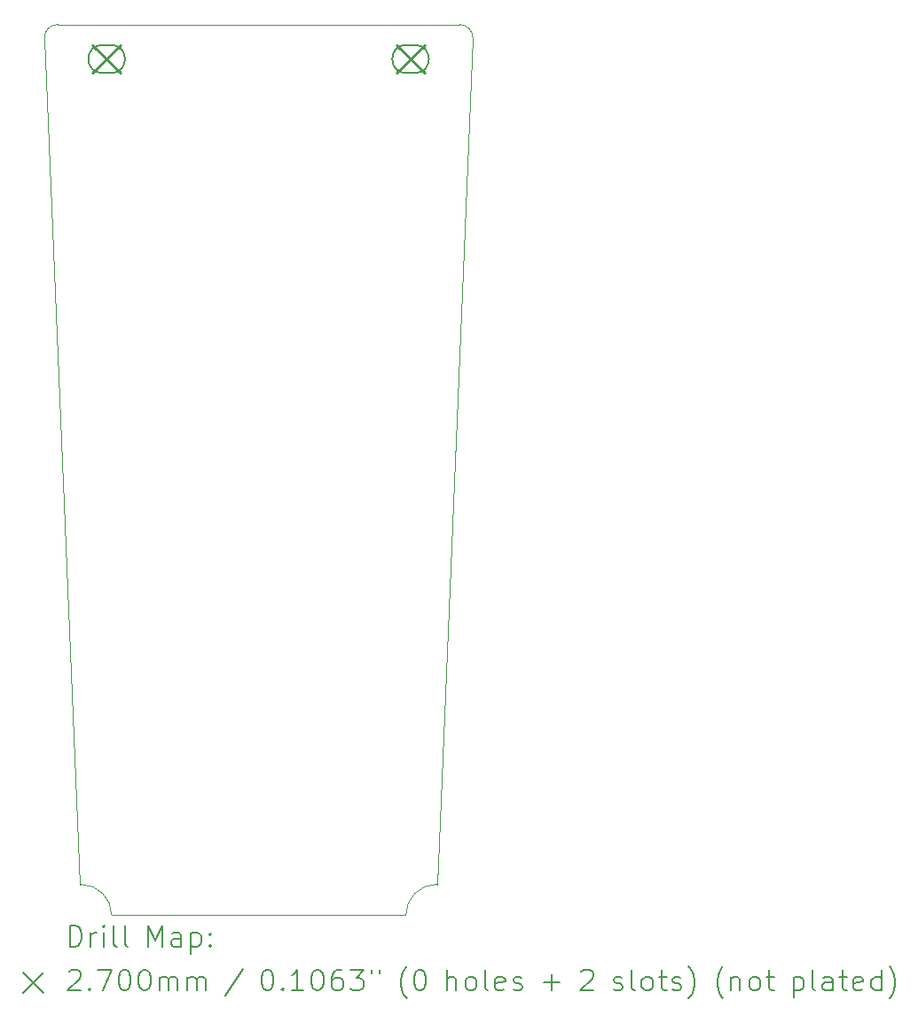
<source format=gbr>
%TF.GenerationSoftware,KiCad,Pcbnew,(7.0.0)*%
%TF.CreationDate,2023-03-18T07:41:42+03:00*%
%TF.ProjectId,StudioMic,53747564-696f-44d6-9963-2e6b69636164,1*%
%TF.SameCoordinates,Original*%
%TF.FileFunction,Drillmap*%
%TF.FilePolarity,Positive*%
%FSLAX45Y45*%
G04 Gerber Fmt 4.5, Leading zero omitted, Abs format (unit mm)*
G04 Created by KiCad (PCBNEW (7.0.0)) date 2023-03-18 07:41:42*
%MOMM*%
%LPD*%
G01*
G04 APERTURE LIST*
%ADD10C,0.100000*%
%ADD11C,0.200000*%
%ADD12C,0.270000*%
G04 APERTURE END LIST*
D10*
X16964362Y-13014065D02*
X16973562Y-13014065D01*
X13862062Y-13309511D02*
G75*
G03*
X13566438Y-13013888I-295622J2D01*
G01*
X13566438Y-13013888D02*
X13557238Y-13013888D01*
X17309284Y-4937321D02*
G75*
G03*
X17181650Y-4809688I-127633J0D01*
G01*
X13347022Y-4809688D02*
G75*
G03*
X13219389Y-4937321I0J-127633D01*
G01*
X13219389Y-4937321D02*
X13557238Y-13013888D01*
X13347022Y-4809688D02*
X17181650Y-4809688D01*
X17309284Y-4937321D02*
X16973562Y-13014065D01*
X16964362Y-13014068D02*
G75*
G03*
X16668738Y-13309688I-2J-295622D01*
G01*
X13862061Y-13309511D02*
X16668738Y-13309688D01*
D11*
D12*
X13679361Y-5004688D02*
X13949361Y-5274688D01*
X13949361Y-5004688D02*
X13679361Y-5274688D01*
D11*
X13774361Y-5274688D02*
X13854361Y-5274688D01*
X13854361Y-5274688D02*
G75*
G03*
X13854361Y-5004688I0J135000D01*
G01*
X13854361Y-5004688D02*
X13774361Y-5004688D01*
X13774361Y-5004688D02*
G75*
G03*
X13774361Y-5274688I0J-135000D01*
G01*
D12*
X16579361Y-5004688D02*
X16849362Y-5274688D01*
X16849362Y-5004688D02*
X16579361Y-5274688D01*
D11*
X16674361Y-5274688D02*
X16754361Y-5274688D01*
X16754361Y-5274688D02*
G75*
G03*
X16754361Y-5004688I0J135000D01*
G01*
X16754361Y-5004688D02*
X16674361Y-5004688D01*
X16674361Y-5004688D02*
G75*
G03*
X16674361Y-5274688I0J-135000D01*
G01*
X13462008Y-13608164D02*
X13462008Y-13408164D01*
X13462008Y-13408164D02*
X13509627Y-13408164D01*
X13509627Y-13408164D02*
X13538199Y-13417688D01*
X13538199Y-13417688D02*
X13557246Y-13436736D01*
X13557246Y-13436736D02*
X13566770Y-13455784D01*
X13566770Y-13455784D02*
X13576294Y-13493879D01*
X13576294Y-13493879D02*
X13576294Y-13522450D01*
X13576294Y-13522450D02*
X13566770Y-13560545D01*
X13566770Y-13560545D02*
X13557246Y-13579593D01*
X13557246Y-13579593D02*
X13538199Y-13598641D01*
X13538199Y-13598641D02*
X13509627Y-13608164D01*
X13509627Y-13608164D02*
X13462008Y-13608164D01*
X13662008Y-13608164D02*
X13662008Y-13474831D01*
X13662008Y-13512926D02*
X13671532Y-13493879D01*
X13671532Y-13493879D02*
X13681056Y-13484355D01*
X13681056Y-13484355D02*
X13700103Y-13474831D01*
X13700103Y-13474831D02*
X13719151Y-13474831D01*
X13785818Y-13608164D02*
X13785818Y-13474831D01*
X13785818Y-13408164D02*
X13776294Y-13417688D01*
X13776294Y-13417688D02*
X13785818Y-13427212D01*
X13785818Y-13427212D02*
X13795341Y-13417688D01*
X13795341Y-13417688D02*
X13785818Y-13408164D01*
X13785818Y-13408164D02*
X13785818Y-13427212D01*
X13909627Y-13608164D02*
X13890579Y-13598641D01*
X13890579Y-13598641D02*
X13881056Y-13579593D01*
X13881056Y-13579593D02*
X13881056Y-13408164D01*
X14014389Y-13608164D02*
X13995341Y-13598641D01*
X13995341Y-13598641D02*
X13985818Y-13579593D01*
X13985818Y-13579593D02*
X13985818Y-13408164D01*
X14210579Y-13608164D02*
X14210579Y-13408164D01*
X14210579Y-13408164D02*
X14277246Y-13551022D01*
X14277246Y-13551022D02*
X14343913Y-13408164D01*
X14343913Y-13408164D02*
X14343913Y-13608164D01*
X14524865Y-13608164D02*
X14524865Y-13503403D01*
X14524865Y-13503403D02*
X14515341Y-13484355D01*
X14515341Y-13484355D02*
X14496294Y-13474831D01*
X14496294Y-13474831D02*
X14458198Y-13474831D01*
X14458198Y-13474831D02*
X14439151Y-13484355D01*
X14524865Y-13598641D02*
X14505818Y-13608164D01*
X14505818Y-13608164D02*
X14458198Y-13608164D01*
X14458198Y-13608164D02*
X14439151Y-13598641D01*
X14439151Y-13598641D02*
X14429627Y-13579593D01*
X14429627Y-13579593D02*
X14429627Y-13560545D01*
X14429627Y-13560545D02*
X14439151Y-13541498D01*
X14439151Y-13541498D02*
X14458198Y-13531974D01*
X14458198Y-13531974D02*
X14505818Y-13531974D01*
X14505818Y-13531974D02*
X14524865Y-13522450D01*
X14620103Y-13474831D02*
X14620103Y-13674831D01*
X14620103Y-13484355D02*
X14639151Y-13474831D01*
X14639151Y-13474831D02*
X14677246Y-13474831D01*
X14677246Y-13474831D02*
X14696294Y-13484355D01*
X14696294Y-13484355D02*
X14705818Y-13493879D01*
X14705818Y-13493879D02*
X14715341Y-13512926D01*
X14715341Y-13512926D02*
X14715341Y-13570069D01*
X14715341Y-13570069D02*
X14705818Y-13589117D01*
X14705818Y-13589117D02*
X14696294Y-13598641D01*
X14696294Y-13598641D02*
X14677246Y-13608164D01*
X14677246Y-13608164D02*
X14639151Y-13608164D01*
X14639151Y-13608164D02*
X14620103Y-13598641D01*
X14801056Y-13589117D02*
X14810579Y-13598641D01*
X14810579Y-13598641D02*
X14801056Y-13608164D01*
X14801056Y-13608164D02*
X14791532Y-13598641D01*
X14791532Y-13598641D02*
X14801056Y-13589117D01*
X14801056Y-13589117D02*
X14801056Y-13608164D01*
X14801056Y-13484355D02*
X14810579Y-13493879D01*
X14810579Y-13493879D02*
X14801056Y-13503403D01*
X14801056Y-13503403D02*
X14791532Y-13493879D01*
X14791532Y-13493879D02*
X14801056Y-13484355D01*
X14801056Y-13484355D02*
X14801056Y-13503403D01*
X13014389Y-13854688D02*
X13214389Y-14054688D01*
X13214389Y-13854688D02*
X13014389Y-14054688D01*
X13452484Y-13847212D02*
X13462008Y-13837688D01*
X13462008Y-13837688D02*
X13481056Y-13828164D01*
X13481056Y-13828164D02*
X13528675Y-13828164D01*
X13528675Y-13828164D02*
X13547722Y-13837688D01*
X13547722Y-13837688D02*
X13557246Y-13847212D01*
X13557246Y-13847212D02*
X13566770Y-13866260D01*
X13566770Y-13866260D02*
X13566770Y-13885307D01*
X13566770Y-13885307D02*
X13557246Y-13913879D01*
X13557246Y-13913879D02*
X13442960Y-14028164D01*
X13442960Y-14028164D02*
X13566770Y-14028164D01*
X13652484Y-14009117D02*
X13662008Y-14018641D01*
X13662008Y-14018641D02*
X13652484Y-14028164D01*
X13652484Y-14028164D02*
X13642960Y-14018641D01*
X13642960Y-14018641D02*
X13652484Y-14009117D01*
X13652484Y-14009117D02*
X13652484Y-14028164D01*
X13728675Y-13828164D02*
X13862008Y-13828164D01*
X13862008Y-13828164D02*
X13776294Y-14028164D01*
X13976294Y-13828164D02*
X13995341Y-13828164D01*
X13995341Y-13828164D02*
X14014389Y-13837688D01*
X14014389Y-13837688D02*
X14023913Y-13847212D01*
X14023913Y-13847212D02*
X14033437Y-13866260D01*
X14033437Y-13866260D02*
X14042960Y-13904355D01*
X14042960Y-13904355D02*
X14042960Y-13951974D01*
X14042960Y-13951974D02*
X14033437Y-13990069D01*
X14033437Y-13990069D02*
X14023913Y-14009117D01*
X14023913Y-14009117D02*
X14014389Y-14018641D01*
X14014389Y-14018641D02*
X13995341Y-14028164D01*
X13995341Y-14028164D02*
X13976294Y-14028164D01*
X13976294Y-14028164D02*
X13957246Y-14018641D01*
X13957246Y-14018641D02*
X13947722Y-14009117D01*
X13947722Y-14009117D02*
X13938199Y-13990069D01*
X13938199Y-13990069D02*
X13928675Y-13951974D01*
X13928675Y-13951974D02*
X13928675Y-13904355D01*
X13928675Y-13904355D02*
X13938199Y-13866260D01*
X13938199Y-13866260D02*
X13947722Y-13847212D01*
X13947722Y-13847212D02*
X13957246Y-13837688D01*
X13957246Y-13837688D02*
X13976294Y-13828164D01*
X14166770Y-13828164D02*
X14185818Y-13828164D01*
X14185818Y-13828164D02*
X14204865Y-13837688D01*
X14204865Y-13837688D02*
X14214389Y-13847212D01*
X14214389Y-13847212D02*
X14223913Y-13866260D01*
X14223913Y-13866260D02*
X14233437Y-13904355D01*
X14233437Y-13904355D02*
X14233437Y-13951974D01*
X14233437Y-13951974D02*
X14223913Y-13990069D01*
X14223913Y-13990069D02*
X14214389Y-14009117D01*
X14214389Y-14009117D02*
X14204865Y-14018641D01*
X14204865Y-14018641D02*
X14185818Y-14028164D01*
X14185818Y-14028164D02*
X14166770Y-14028164D01*
X14166770Y-14028164D02*
X14147722Y-14018641D01*
X14147722Y-14018641D02*
X14138199Y-14009117D01*
X14138199Y-14009117D02*
X14128675Y-13990069D01*
X14128675Y-13990069D02*
X14119151Y-13951974D01*
X14119151Y-13951974D02*
X14119151Y-13904355D01*
X14119151Y-13904355D02*
X14128675Y-13866260D01*
X14128675Y-13866260D02*
X14138199Y-13847212D01*
X14138199Y-13847212D02*
X14147722Y-13837688D01*
X14147722Y-13837688D02*
X14166770Y-13828164D01*
X14319151Y-14028164D02*
X14319151Y-13894831D01*
X14319151Y-13913879D02*
X14328675Y-13904355D01*
X14328675Y-13904355D02*
X14347722Y-13894831D01*
X14347722Y-13894831D02*
X14376294Y-13894831D01*
X14376294Y-13894831D02*
X14395341Y-13904355D01*
X14395341Y-13904355D02*
X14404865Y-13923403D01*
X14404865Y-13923403D02*
X14404865Y-14028164D01*
X14404865Y-13923403D02*
X14414389Y-13904355D01*
X14414389Y-13904355D02*
X14433437Y-13894831D01*
X14433437Y-13894831D02*
X14462008Y-13894831D01*
X14462008Y-13894831D02*
X14481056Y-13904355D01*
X14481056Y-13904355D02*
X14490580Y-13923403D01*
X14490580Y-13923403D02*
X14490580Y-14028164D01*
X14585818Y-14028164D02*
X14585818Y-13894831D01*
X14585818Y-13913879D02*
X14595341Y-13904355D01*
X14595341Y-13904355D02*
X14614389Y-13894831D01*
X14614389Y-13894831D02*
X14642961Y-13894831D01*
X14642961Y-13894831D02*
X14662008Y-13904355D01*
X14662008Y-13904355D02*
X14671532Y-13923403D01*
X14671532Y-13923403D02*
X14671532Y-14028164D01*
X14671532Y-13923403D02*
X14681056Y-13904355D01*
X14681056Y-13904355D02*
X14700103Y-13894831D01*
X14700103Y-13894831D02*
X14728675Y-13894831D01*
X14728675Y-13894831D02*
X14747722Y-13904355D01*
X14747722Y-13904355D02*
X14757246Y-13923403D01*
X14757246Y-13923403D02*
X14757246Y-14028164D01*
X15115341Y-13818641D02*
X14943913Y-14075784D01*
X15340103Y-13828164D02*
X15359151Y-13828164D01*
X15359151Y-13828164D02*
X15378199Y-13837688D01*
X15378199Y-13837688D02*
X15387722Y-13847212D01*
X15387722Y-13847212D02*
X15397246Y-13866260D01*
X15397246Y-13866260D02*
X15406770Y-13904355D01*
X15406770Y-13904355D02*
X15406770Y-13951974D01*
X15406770Y-13951974D02*
X15397246Y-13990069D01*
X15397246Y-13990069D02*
X15387722Y-14009117D01*
X15387722Y-14009117D02*
X15378199Y-14018641D01*
X15378199Y-14018641D02*
X15359151Y-14028164D01*
X15359151Y-14028164D02*
X15340103Y-14028164D01*
X15340103Y-14028164D02*
X15321056Y-14018641D01*
X15321056Y-14018641D02*
X15311532Y-14009117D01*
X15311532Y-14009117D02*
X15302008Y-13990069D01*
X15302008Y-13990069D02*
X15292484Y-13951974D01*
X15292484Y-13951974D02*
X15292484Y-13904355D01*
X15292484Y-13904355D02*
X15302008Y-13866260D01*
X15302008Y-13866260D02*
X15311532Y-13847212D01*
X15311532Y-13847212D02*
X15321056Y-13837688D01*
X15321056Y-13837688D02*
X15340103Y-13828164D01*
X15492484Y-14009117D02*
X15502008Y-14018641D01*
X15502008Y-14018641D02*
X15492484Y-14028164D01*
X15492484Y-14028164D02*
X15482961Y-14018641D01*
X15482961Y-14018641D02*
X15492484Y-14009117D01*
X15492484Y-14009117D02*
X15492484Y-14028164D01*
X15692484Y-14028164D02*
X15578199Y-14028164D01*
X15635341Y-14028164D02*
X15635341Y-13828164D01*
X15635341Y-13828164D02*
X15616294Y-13856736D01*
X15616294Y-13856736D02*
X15597246Y-13875784D01*
X15597246Y-13875784D02*
X15578199Y-13885307D01*
X15816294Y-13828164D02*
X15835342Y-13828164D01*
X15835342Y-13828164D02*
X15854389Y-13837688D01*
X15854389Y-13837688D02*
X15863913Y-13847212D01*
X15863913Y-13847212D02*
X15873437Y-13866260D01*
X15873437Y-13866260D02*
X15882961Y-13904355D01*
X15882961Y-13904355D02*
X15882961Y-13951974D01*
X15882961Y-13951974D02*
X15873437Y-13990069D01*
X15873437Y-13990069D02*
X15863913Y-14009117D01*
X15863913Y-14009117D02*
X15854389Y-14018641D01*
X15854389Y-14018641D02*
X15835342Y-14028164D01*
X15835342Y-14028164D02*
X15816294Y-14028164D01*
X15816294Y-14028164D02*
X15797246Y-14018641D01*
X15797246Y-14018641D02*
X15787722Y-14009117D01*
X15787722Y-14009117D02*
X15778199Y-13990069D01*
X15778199Y-13990069D02*
X15768675Y-13951974D01*
X15768675Y-13951974D02*
X15768675Y-13904355D01*
X15768675Y-13904355D02*
X15778199Y-13866260D01*
X15778199Y-13866260D02*
X15787722Y-13847212D01*
X15787722Y-13847212D02*
X15797246Y-13837688D01*
X15797246Y-13837688D02*
X15816294Y-13828164D01*
X16054389Y-13828164D02*
X16016294Y-13828164D01*
X16016294Y-13828164D02*
X15997246Y-13837688D01*
X15997246Y-13837688D02*
X15987722Y-13847212D01*
X15987722Y-13847212D02*
X15968675Y-13875784D01*
X15968675Y-13875784D02*
X15959151Y-13913879D01*
X15959151Y-13913879D02*
X15959151Y-13990069D01*
X15959151Y-13990069D02*
X15968675Y-14009117D01*
X15968675Y-14009117D02*
X15978199Y-14018641D01*
X15978199Y-14018641D02*
X15997246Y-14028164D01*
X15997246Y-14028164D02*
X16035342Y-14028164D01*
X16035342Y-14028164D02*
X16054389Y-14018641D01*
X16054389Y-14018641D02*
X16063913Y-14009117D01*
X16063913Y-14009117D02*
X16073437Y-13990069D01*
X16073437Y-13990069D02*
X16073437Y-13942450D01*
X16073437Y-13942450D02*
X16063913Y-13923403D01*
X16063913Y-13923403D02*
X16054389Y-13913879D01*
X16054389Y-13913879D02*
X16035342Y-13904355D01*
X16035342Y-13904355D02*
X15997246Y-13904355D01*
X15997246Y-13904355D02*
X15978199Y-13913879D01*
X15978199Y-13913879D02*
X15968675Y-13923403D01*
X15968675Y-13923403D02*
X15959151Y-13942450D01*
X16140103Y-13828164D02*
X16263913Y-13828164D01*
X16263913Y-13828164D02*
X16197246Y-13904355D01*
X16197246Y-13904355D02*
X16225818Y-13904355D01*
X16225818Y-13904355D02*
X16244865Y-13913879D01*
X16244865Y-13913879D02*
X16254389Y-13923403D01*
X16254389Y-13923403D02*
X16263913Y-13942450D01*
X16263913Y-13942450D02*
X16263913Y-13990069D01*
X16263913Y-13990069D02*
X16254389Y-14009117D01*
X16254389Y-14009117D02*
X16244865Y-14018641D01*
X16244865Y-14018641D02*
X16225818Y-14028164D01*
X16225818Y-14028164D02*
X16168675Y-14028164D01*
X16168675Y-14028164D02*
X16149627Y-14018641D01*
X16149627Y-14018641D02*
X16140103Y-14009117D01*
X16340103Y-13828164D02*
X16340103Y-13866260D01*
X16416294Y-13828164D02*
X16416294Y-13866260D01*
X16679151Y-14104355D02*
X16669627Y-14094831D01*
X16669627Y-14094831D02*
X16650580Y-14066260D01*
X16650580Y-14066260D02*
X16641056Y-14047212D01*
X16641056Y-14047212D02*
X16631532Y-14018641D01*
X16631532Y-14018641D02*
X16622008Y-13971022D01*
X16622008Y-13971022D02*
X16622008Y-13932926D01*
X16622008Y-13932926D02*
X16631532Y-13885307D01*
X16631532Y-13885307D02*
X16641056Y-13856736D01*
X16641056Y-13856736D02*
X16650580Y-13837688D01*
X16650580Y-13837688D02*
X16669627Y-13809117D01*
X16669627Y-13809117D02*
X16679151Y-13799593D01*
X16793437Y-13828164D02*
X16812485Y-13828164D01*
X16812485Y-13828164D02*
X16831532Y-13837688D01*
X16831532Y-13837688D02*
X16841056Y-13847212D01*
X16841056Y-13847212D02*
X16850580Y-13866260D01*
X16850580Y-13866260D02*
X16860104Y-13904355D01*
X16860104Y-13904355D02*
X16860104Y-13951974D01*
X16860104Y-13951974D02*
X16850580Y-13990069D01*
X16850580Y-13990069D02*
X16841056Y-14009117D01*
X16841056Y-14009117D02*
X16831532Y-14018641D01*
X16831532Y-14018641D02*
X16812485Y-14028164D01*
X16812485Y-14028164D02*
X16793437Y-14028164D01*
X16793437Y-14028164D02*
X16774389Y-14018641D01*
X16774389Y-14018641D02*
X16764865Y-14009117D01*
X16764865Y-14009117D02*
X16755342Y-13990069D01*
X16755342Y-13990069D02*
X16745818Y-13951974D01*
X16745818Y-13951974D02*
X16745818Y-13904355D01*
X16745818Y-13904355D02*
X16755342Y-13866260D01*
X16755342Y-13866260D02*
X16764865Y-13847212D01*
X16764865Y-13847212D02*
X16774389Y-13837688D01*
X16774389Y-13837688D02*
X16793437Y-13828164D01*
X17065818Y-14028164D02*
X17065818Y-13828164D01*
X17151532Y-14028164D02*
X17151532Y-13923403D01*
X17151532Y-13923403D02*
X17142008Y-13904355D01*
X17142008Y-13904355D02*
X17122961Y-13894831D01*
X17122961Y-13894831D02*
X17094389Y-13894831D01*
X17094389Y-13894831D02*
X17075342Y-13904355D01*
X17075342Y-13904355D02*
X17065818Y-13913879D01*
X17275342Y-14028164D02*
X17256294Y-14018641D01*
X17256294Y-14018641D02*
X17246770Y-14009117D01*
X17246770Y-14009117D02*
X17237246Y-13990069D01*
X17237246Y-13990069D02*
X17237246Y-13932926D01*
X17237246Y-13932926D02*
X17246770Y-13913879D01*
X17246770Y-13913879D02*
X17256294Y-13904355D01*
X17256294Y-13904355D02*
X17275342Y-13894831D01*
X17275342Y-13894831D02*
X17303913Y-13894831D01*
X17303913Y-13894831D02*
X17322961Y-13904355D01*
X17322961Y-13904355D02*
X17332485Y-13913879D01*
X17332485Y-13913879D02*
X17342008Y-13932926D01*
X17342008Y-13932926D02*
X17342008Y-13990069D01*
X17342008Y-13990069D02*
X17332485Y-14009117D01*
X17332485Y-14009117D02*
X17322961Y-14018641D01*
X17322961Y-14018641D02*
X17303913Y-14028164D01*
X17303913Y-14028164D02*
X17275342Y-14028164D01*
X17456294Y-14028164D02*
X17437246Y-14018641D01*
X17437246Y-14018641D02*
X17427723Y-13999593D01*
X17427723Y-13999593D02*
X17427723Y-13828164D01*
X17608675Y-14018641D02*
X17589627Y-14028164D01*
X17589627Y-14028164D02*
X17551532Y-14028164D01*
X17551532Y-14028164D02*
X17532485Y-14018641D01*
X17532485Y-14018641D02*
X17522961Y-13999593D01*
X17522961Y-13999593D02*
X17522961Y-13923403D01*
X17522961Y-13923403D02*
X17532485Y-13904355D01*
X17532485Y-13904355D02*
X17551532Y-13894831D01*
X17551532Y-13894831D02*
X17589627Y-13894831D01*
X17589627Y-13894831D02*
X17608675Y-13904355D01*
X17608675Y-13904355D02*
X17618199Y-13923403D01*
X17618199Y-13923403D02*
X17618199Y-13942450D01*
X17618199Y-13942450D02*
X17522961Y-13961498D01*
X17694389Y-14018641D02*
X17713437Y-14028164D01*
X17713437Y-14028164D02*
X17751532Y-14028164D01*
X17751532Y-14028164D02*
X17770580Y-14018641D01*
X17770580Y-14018641D02*
X17780104Y-13999593D01*
X17780104Y-13999593D02*
X17780104Y-13990069D01*
X17780104Y-13990069D02*
X17770580Y-13971022D01*
X17770580Y-13971022D02*
X17751532Y-13961498D01*
X17751532Y-13961498D02*
X17722961Y-13961498D01*
X17722961Y-13961498D02*
X17703913Y-13951974D01*
X17703913Y-13951974D02*
X17694389Y-13932926D01*
X17694389Y-13932926D02*
X17694389Y-13923403D01*
X17694389Y-13923403D02*
X17703913Y-13904355D01*
X17703913Y-13904355D02*
X17722961Y-13894831D01*
X17722961Y-13894831D02*
X17751532Y-13894831D01*
X17751532Y-13894831D02*
X17770580Y-13904355D01*
X17985818Y-13951974D02*
X18138199Y-13951974D01*
X18062008Y-14028164D02*
X18062008Y-13875784D01*
X18343913Y-13847212D02*
X18353437Y-13837688D01*
X18353437Y-13837688D02*
X18372485Y-13828164D01*
X18372485Y-13828164D02*
X18420104Y-13828164D01*
X18420104Y-13828164D02*
X18439151Y-13837688D01*
X18439151Y-13837688D02*
X18448675Y-13847212D01*
X18448675Y-13847212D02*
X18458199Y-13866260D01*
X18458199Y-13866260D02*
X18458199Y-13885307D01*
X18458199Y-13885307D02*
X18448675Y-13913879D01*
X18448675Y-13913879D02*
X18334389Y-14028164D01*
X18334389Y-14028164D02*
X18458199Y-14028164D01*
X18654389Y-14018641D02*
X18673437Y-14028164D01*
X18673437Y-14028164D02*
X18711532Y-14028164D01*
X18711532Y-14028164D02*
X18730580Y-14018641D01*
X18730580Y-14018641D02*
X18740104Y-13999593D01*
X18740104Y-13999593D02*
X18740104Y-13990069D01*
X18740104Y-13990069D02*
X18730580Y-13971022D01*
X18730580Y-13971022D02*
X18711532Y-13961498D01*
X18711532Y-13961498D02*
X18682961Y-13961498D01*
X18682961Y-13961498D02*
X18663913Y-13951974D01*
X18663913Y-13951974D02*
X18654389Y-13932926D01*
X18654389Y-13932926D02*
X18654389Y-13923403D01*
X18654389Y-13923403D02*
X18663913Y-13904355D01*
X18663913Y-13904355D02*
X18682961Y-13894831D01*
X18682961Y-13894831D02*
X18711532Y-13894831D01*
X18711532Y-13894831D02*
X18730580Y-13904355D01*
X18854389Y-14028164D02*
X18835342Y-14018641D01*
X18835342Y-14018641D02*
X18825818Y-13999593D01*
X18825818Y-13999593D02*
X18825818Y-13828164D01*
X18959151Y-14028164D02*
X18940104Y-14018641D01*
X18940104Y-14018641D02*
X18930580Y-14009117D01*
X18930580Y-14009117D02*
X18921056Y-13990069D01*
X18921056Y-13990069D02*
X18921056Y-13932926D01*
X18921056Y-13932926D02*
X18930580Y-13913879D01*
X18930580Y-13913879D02*
X18940104Y-13904355D01*
X18940104Y-13904355D02*
X18959151Y-13894831D01*
X18959151Y-13894831D02*
X18987723Y-13894831D01*
X18987723Y-13894831D02*
X19006770Y-13904355D01*
X19006770Y-13904355D02*
X19016294Y-13913879D01*
X19016294Y-13913879D02*
X19025818Y-13932926D01*
X19025818Y-13932926D02*
X19025818Y-13990069D01*
X19025818Y-13990069D02*
X19016294Y-14009117D01*
X19016294Y-14009117D02*
X19006770Y-14018641D01*
X19006770Y-14018641D02*
X18987723Y-14028164D01*
X18987723Y-14028164D02*
X18959151Y-14028164D01*
X19082961Y-13894831D02*
X19159151Y-13894831D01*
X19111532Y-13828164D02*
X19111532Y-13999593D01*
X19111532Y-13999593D02*
X19121056Y-14018641D01*
X19121056Y-14018641D02*
X19140104Y-14028164D01*
X19140104Y-14028164D02*
X19159151Y-14028164D01*
X19216294Y-14018641D02*
X19235342Y-14028164D01*
X19235342Y-14028164D02*
X19273437Y-14028164D01*
X19273437Y-14028164D02*
X19292485Y-14018641D01*
X19292485Y-14018641D02*
X19302008Y-13999593D01*
X19302008Y-13999593D02*
X19302008Y-13990069D01*
X19302008Y-13990069D02*
X19292485Y-13971022D01*
X19292485Y-13971022D02*
X19273437Y-13961498D01*
X19273437Y-13961498D02*
X19244866Y-13961498D01*
X19244866Y-13961498D02*
X19225818Y-13951974D01*
X19225818Y-13951974D02*
X19216294Y-13932926D01*
X19216294Y-13932926D02*
X19216294Y-13923403D01*
X19216294Y-13923403D02*
X19225818Y-13904355D01*
X19225818Y-13904355D02*
X19244866Y-13894831D01*
X19244866Y-13894831D02*
X19273437Y-13894831D01*
X19273437Y-13894831D02*
X19292485Y-13904355D01*
X19368675Y-14104355D02*
X19378199Y-14094831D01*
X19378199Y-14094831D02*
X19397247Y-14066260D01*
X19397247Y-14066260D02*
X19406770Y-14047212D01*
X19406770Y-14047212D02*
X19416294Y-14018641D01*
X19416294Y-14018641D02*
X19425818Y-13971022D01*
X19425818Y-13971022D02*
X19425818Y-13932926D01*
X19425818Y-13932926D02*
X19416294Y-13885307D01*
X19416294Y-13885307D02*
X19406770Y-13856736D01*
X19406770Y-13856736D02*
X19397247Y-13837688D01*
X19397247Y-13837688D02*
X19378199Y-13809117D01*
X19378199Y-13809117D02*
X19368675Y-13799593D01*
X19698199Y-14104355D02*
X19688675Y-14094831D01*
X19688675Y-14094831D02*
X19669627Y-14066260D01*
X19669627Y-14066260D02*
X19660104Y-14047212D01*
X19660104Y-14047212D02*
X19650580Y-14018641D01*
X19650580Y-14018641D02*
X19641056Y-13971022D01*
X19641056Y-13971022D02*
X19641056Y-13932926D01*
X19641056Y-13932926D02*
X19650580Y-13885307D01*
X19650580Y-13885307D02*
X19660104Y-13856736D01*
X19660104Y-13856736D02*
X19669627Y-13837688D01*
X19669627Y-13837688D02*
X19688675Y-13809117D01*
X19688675Y-13809117D02*
X19698199Y-13799593D01*
X19774389Y-13894831D02*
X19774389Y-14028164D01*
X19774389Y-13913879D02*
X19783913Y-13904355D01*
X19783913Y-13904355D02*
X19802961Y-13894831D01*
X19802961Y-13894831D02*
X19831532Y-13894831D01*
X19831532Y-13894831D02*
X19850580Y-13904355D01*
X19850580Y-13904355D02*
X19860104Y-13923403D01*
X19860104Y-13923403D02*
X19860104Y-14028164D01*
X19983913Y-14028164D02*
X19964866Y-14018641D01*
X19964866Y-14018641D02*
X19955342Y-14009117D01*
X19955342Y-14009117D02*
X19945818Y-13990069D01*
X19945818Y-13990069D02*
X19945818Y-13932926D01*
X19945818Y-13932926D02*
X19955342Y-13913879D01*
X19955342Y-13913879D02*
X19964866Y-13904355D01*
X19964866Y-13904355D02*
X19983913Y-13894831D01*
X19983913Y-13894831D02*
X20012485Y-13894831D01*
X20012485Y-13894831D02*
X20031532Y-13904355D01*
X20031532Y-13904355D02*
X20041056Y-13913879D01*
X20041056Y-13913879D02*
X20050580Y-13932926D01*
X20050580Y-13932926D02*
X20050580Y-13990069D01*
X20050580Y-13990069D02*
X20041056Y-14009117D01*
X20041056Y-14009117D02*
X20031532Y-14018641D01*
X20031532Y-14018641D02*
X20012485Y-14028164D01*
X20012485Y-14028164D02*
X19983913Y-14028164D01*
X20107723Y-13894831D02*
X20183913Y-13894831D01*
X20136294Y-13828164D02*
X20136294Y-13999593D01*
X20136294Y-13999593D02*
X20145818Y-14018641D01*
X20145818Y-14018641D02*
X20164866Y-14028164D01*
X20164866Y-14028164D02*
X20183913Y-14028164D01*
X20370580Y-13894831D02*
X20370580Y-14094831D01*
X20370580Y-13904355D02*
X20389627Y-13894831D01*
X20389627Y-13894831D02*
X20427723Y-13894831D01*
X20427723Y-13894831D02*
X20446770Y-13904355D01*
X20446770Y-13904355D02*
X20456294Y-13913879D01*
X20456294Y-13913879D02*
X20465818Y-13932926D01*
X20465818Y-13932926D02*
X20465818Y-13990069D01*
X20465818Y-13990069D02*
X20456294Y-14009117D01*
X20456294Y-14009117D02*
X20446770Y-14018641D01*
X20446770Y-14018641D02*
X20427723Y-14028164D01*
X20427723Y-14028164D02*
X20389627Y-14028164D01*
X20389627Y-14028164D02*
X20370580Y-14018641D01*
X20580104Y-14028164D02*
X20561056Y-14018641D01*
X20561056Y-14018641D02*
X20551532Y-13999593D01*
X20551532Y-13999593D02*
X20551532Y-13828164D01*
X20742008Y-14028164D02*
X20742008Y-13923403D01*
X20742008Y-13923403D02*
X20732485Y-13904355D01*
X20732485Y-13904355D02*
X20713437Y-13894831D01*
X20713437Y-13894831D02*
X20675342Y-13894831D01*
X20675342Y-13894831D02*
X20656294Y-13904355D01*
X20742008Y-14018641D02*
X20722961Y-14028164D01*
X20722961Y-14028164D02*
X20675342Y-14028164D01*
X20675342Y-14028164D02*
X20656294Y-14018641D01*
X20656294Y-14018641D02*
X20646770Y-13999593D01*
X20646770Y-13999593D02*
X20646770Y-13980545D01*
X20646770Y-13980545D02*
X20656294Y-13961498D01*
X20656294Y-13961498D02*
X20675342Y-13951974D01*
X20675342Y-13951974D02*
X20722961Y-13951974D01*
X20722961Y-13951974D02*
X20742008Y-13942450D01*
X20808675Y-13894831D02*
X20884866Y-13894831D01*
X20837247Y-13828164D02*
X20837247Y-13999593D01*
X20837247Y-13999593D02*
X20846770Y-14018641D01*
X20846770Y-14018641D02*
X20865818Y-14028164D01*
X20865818Y-14028164D02*
X20884866Y-14028164D01*
X21027723Y-14018641D02*
X21008675Y-14028164D01*
X21008675Y-14028164D02*
X20970580Y-14028164D01*
X20970580Y-14028164D02*
X20951532Y-14018641D01*
X20951532Y-14018641D02*
X20942008Y-13999593D01*
X20942008Y-13999593D02*
X20942008Y-13923403D01*
X20942008Y-13923403D02*
X20951532Y-13904355D01*
X20951532Y-13904355D02*
X20970580Y-13894831D01*
X20970580Y-13894831D02*
X21008675Y-13894831D01*
X21008675Y-13894831D02*
X21027723Y-13904355D01*
X21027723Y-13904355D02*
X21037247Y-13923403D01*
X21037247Y-13923403D02*
X21037247Y-13942450D01*
X21037247Y-13942450D02*
X20942008Y-13961498D01*
X21208675Y-14028164D02*
X21208675Y-13828164D01*
X21208675Y-14018641D02*
X21189628Y-14028164D01*
X21189628Y-14028164D02*
X21151532Y-14028164D01*
X21151532Y-14028164D02*
X21132485Y-14018641D01*
X21132485Y-14018641D02*
X21122961Y-14009117D01*
X21122961Y-14009117D02*
X21113437Y-13990069D01*
X21113437Y-13990069D02*
X21113437Y-13932926D01*
X21113437Y-13932926D02*
X21122961Y-13913879D01*
X21122961Y-13913879D02*
X21132485Y-13904355D01*
X21132485Y-13904355D02*
X21151532Y-13894831D01*
X21151532Y-13894831D02*
X21189628Y-13894831D01*
X21189628Y-13894831D02*
X21208675Y-13904355D01*
X21284866Y-14104355D02*
X21294389Y-14094831D01*
X21294389Y-14094831D02*
X21313437Y-14066260D01*
X21313437Y-14066260D02*
X21322961Y-14047212D01*
X21322961Y-14047212D02*
X21332485Y-14018641D01*
X21332485Y-14018641D02*
X21342008Y-13971022D01*
X21342008Y-13971022D02*
X21342008Y-13932926D01*
X21342008Y-13932926D02*
X21332485Y-13885307D01*
X21332485Y-13885307D02*
X21322961Y-13856736D01*
X21322961Y-13856736D02*
X21313437Y-13837688D01*
X21313437Y-13837688D02*
X21294389Y-13809117D01*
X21294389Y-13809117D02*
X21284866Y-13799593D01*
M02*

</source>
